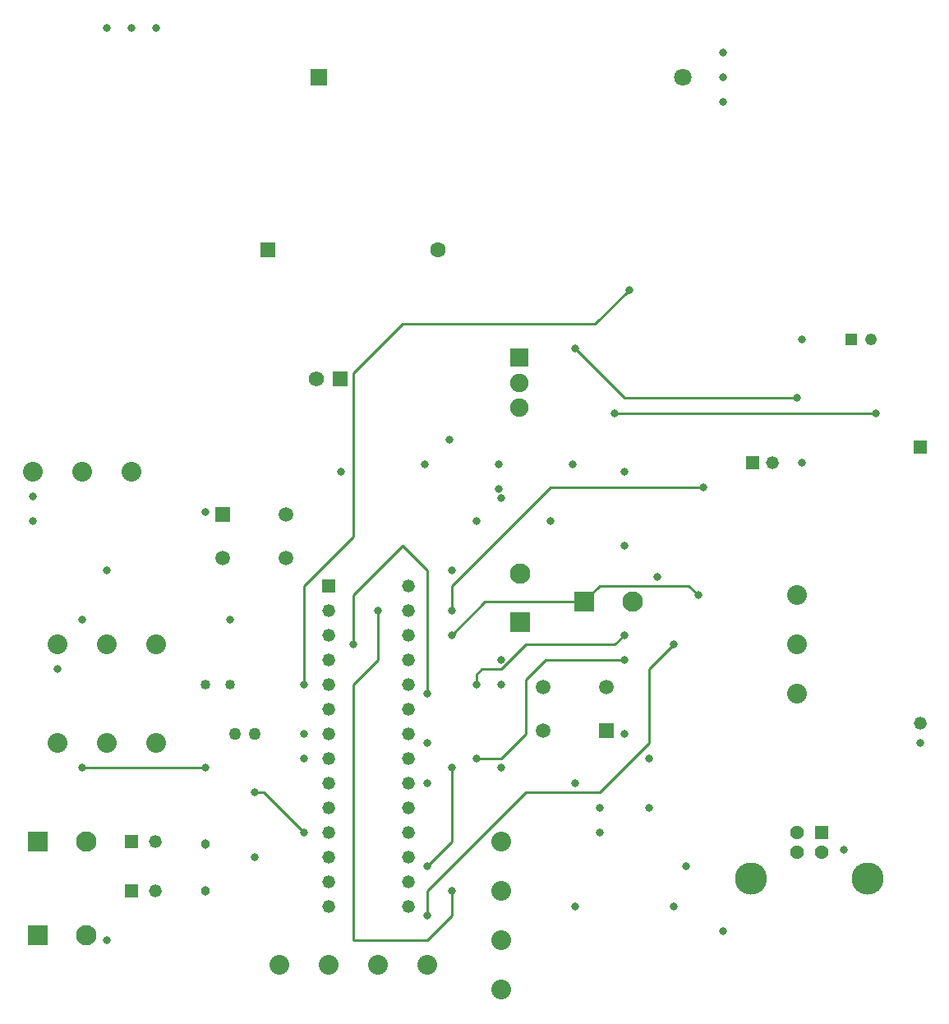
<source format=gbr>
%TF.GenerationSoftware,KiCad,Pcbnew,7.0.8*%
%TF.CreationDate,2023-11-20T12:48:28-05:00*%
%TF.ProjectId,Fufupot,46756675-706f-4742-9e6b-696361645f70,rev?*%
%TF.SameCoordinates,Original*%
%TF.FileFunction,Copper,L4,Bot*%
%TF.FilePolarity,Positive*%
%FSLAX46Y46*%
G04 Gerber Fmt 4.6, Leading zero omitted, Abs format (unit mm)*
G04 Created by KiCad (PCBNEW 7.0.8) date 2023-11-20 12:48:28*
%MOMM*%
%LPD*%
G01*
G04 APERTURE LIST*
%TA.AperFunction,ComponentPad*%
%ADD10R,1.800000X1.800000*%
%TD*%
%TA.AperFunction,ComponentPad*%
%ADD11C,1.800000*%
%TD*%
%TA.AperFunction,ComponentPad*%
%ADD12R,1.219200X1.219200*%
%TD*%
%TA.AperFunction,ComponentPad*%
%ADD13C,1.219200*%
%TD*%
%TA.AperFunction,ComponentPad*%
%ADD14R,1.905000X1.905000*%
%TD*%
%TA.AperFunction,ComponentPad*%
%ADD15C,1.905000*%
%TD*%
%TA.AperFunction,ComponentPad*%
%ADD16R,2.100000X2.100000*%
%TD*%
%TA.AperFunction,ComponentPad*%
%ADD17C,2.100000*%
%TD*%
%TA.AperFunction,ComponentPad*%
%ADD18C,2.032000*%
%TD*%
%TA.AperFunction,ComponentPad*%
%ADD19R,1.320800X1.320800*%
%TD*%
%TA.AperFunction,ComponentPad*%
%ADD20C,1.320800*%
%TD*%
%TA.AperFunction,ComponentPad*%
%ADD21R,1.575000X1.575000*%
%TD*%
%TA.AperFunction,ComponentPad*%
%ADD22C,1.575000*%
%TD*%
%TA.AperFunction,ComponentPad*%
%ADD23R,1.600200X1.600200*%
%TD*%
%TA.AperFunction,ComponentPad*%
%ADD24C,1.600200*%
%TD*%
%TA.AperFunction,ComponentPad*%
%ADD25R,1.508000X1.508000*%
%TD*%
%TA.AperFunction,ComponentPad*%
%ADD26C,1.508000*%
%TD*%
%TA.AperFunction,ComponentPad*%
%ADD27C,1.270000*%
%TD*%
%TA.AperFunction,ComponentPad*%
%ADD28C,0.965200*%
%TD*%
%TA.AperFunction,ComponentPad*%
%ADD29C,1.016000*%
%TD*%
%TA.AperFunction,ComponentPad*%
%ADD30C,3.316000*%
%TD*%
%TA.AperFunction,ComponentPad*%
%ADD31C,1.428000*%
%TD*%
%TA.AperFunction,ComponentPad*%
%ADD32R,1.428000X1.428000*%
%TD*%
%TA.AperFunction,ViaPad*%
%ADD33C,0.800000*%
%TD*%
%TA.AperFunction,Conductor*%
%ADD34C,0.250000*%
%TD*%
G04 APERTURE END LIST*
D10*
%TO.P,C10,1,1*%
%TO.N,Net-(J4-Pin_2)*%
X90470000Y-55880000D03*
D11*
%TO.P,C10,2,2*%
%TO.N,GND*%
X127970000Y-55880000D03*
%TD*%
D12*
%TO.P,C9,1*%
%TO.N,+16V*%
X145320000Y-82839415D03*
D13*
%TO.P,C9,2*%
%TO.N,Net-(IC1-VSS)*%
X147326600Y-82839415D03*
%TD*%
D14*
%TO.P,U5,1,G*%
%TO.N,Net-(U5-G)*%
X111155000Y-84764415D03*
D15*
%TO.P,U5,2,C*%
%TO.N,Net-(J4-Pin_1)*%
X111155000Y-87314415D03*
%TO.P,U5,3,E*%
%TO.N,Net-(IC1-VSS)*%
X111155000Y-89864415D03*
%TD*%
D16*
%TO.P,J7,1,Pin_1*%
%TO.N,Net-(J7-Pin_1)*%
X61500000Y-134620000D03*
D17*
%TO.P,J7,2,Pin_2*%
%TO.N,GND*%
X66500000Y-134620000D03*
%TD*%
D18*
%TO.P,J11,1,Pin_1*%
%TO.N,Net-(J11-Pin_1)*%
X63500000Y-124460000D03*
%TO.P,J11,2,Pin_2*%
%TO.N,+5V*%
X68580000Y-124460000D03*
%TO.P,J11,3,Pin_3*%
%TO.N,GND*%
X73660000Y-124460000D03*
%TD*%
D16*
%TO.P,J6,1,Pin_1*%
%TO.N,D_Buzz*%
X61500000Y-144255000D03*
D17*
%TO.P,J6,2,Pin_2*%
%TO.N,GND*%
X66500000Y-144255000D03*
%TD*%
D19*
%TO.P,C6,1*%
%TO.N,GND*%
X71120000Y-139700000D03*
D20*
%TO.P,C6,2*%
%TO.N,Net-(U4-PB7)*%
X73620000Y-139700000D03*
%TD*%
D18*
%TO.P,J3,1,Pin_1*%
%TO.N,+5V*%
X71120000Y-96520000D03*
%TO.P,J3,2,Pin_2*%
%TO.N,+48V*%
X66040000Y-96520000D03*
%TO.P,J3,3,Pin_3*%
%TO.N,GND*%
X60960000Y-96520000D03*
%TD*%
D19*
%TO.P,C5,1*%
%TO.N,GND*%
X71120000Y-134620000D03*
D20*
%TO.P,C5,2*%
%TO.N,Net-(U4-PB6)*%
X73620000Y-134620000D03*
%TD*%
D21*
%TO.P,J4,1,Pin_1*%
%TO.N,Net-(J4-Pin_1)*%
X92690000Y-86885000D03*
D22*
%TO.P,J4,2,Pin_2*%
%TO.N,Net-(J4-Pin_2)*%
X90190000Y-86885000D03*
%TD*%
D16*
%TO.P,J12,1,Pin_1*%
%TO.N,A3*%
X117782500Y-109866915D03*
D17*
%TO.P,J12,2,Pin_2*%
%TO.N,+5V*%
X122782500Y-109866915D03*
%TD*%
D18*
%TO.P,J8,1,Pin_1*%
%TO.N,GND*%
X86360000Y-147320000D03*
%TO.P,J8,2,Pin_2*%
%TO.N,D_Switch*%
X91440000Y-147320000D03*
%TO.P,J8,3,Pin_3*%
%TO.N,D_Red*%
X96520000Y-147320000D03*
%TO.P,J8,4,Pin_4*%
%TO.N,GND*%
X101600000Y-147320000D03*
%TD*%
D23*
%TO.P,C12,1*%
%TO.N,Net-(J4-Pin_2)*%
X85230000Y-73660000D03*
D24*
%TO.P,C12,2*%
%TO.N,Net-(J4-Pin_1)*%
X102730000Y-73660000D03*
%TD*%
D19*
%TO.P,R17,1*%
%TO.N,Net-(IC1-VSS)*%
X152400000Y-93980000D03*
D20*
%TO.P,R17,2*%
%TO.N,GND*%
X152400000Y-122379994D03*
%TD*%
D25*
%TO.P,SW2,1,1*%
%TO.N,GND*%
X120090000Y-123189415D03*
D26*
%TO.P,SW2,2,2*%
%TO.N,DTR*%
X113590000Y-123189415D03*
%TO.P,SW2,3*%
%TO.N,N/C*%
X120090000Y-118689415D03*
%TO.P,SW2,4*%
X113590000Y-118689415D03*
%TD*%
D18*
%TO.P,J10,1,Pin_1*%
%TO.N,GND*%
X63500000Y-114300000D03*
%TO.P,J10,2,Pin_2*%
%TO.N,+5V*%
X68580000Y-114300000D03*
%TO.P,J10,3,Pin_3*%
%TO.N,+48V*%
X73660000Y-114300000D03*
%TD*%
D25*
%TO.P,SW1,1,1*%
%TO.N,GND*%
X80570000Y-100909415D03*
D26*
%TO.P,SW1,2,2*%
%TO.N,RESET*%
X87070000Y-100909415D03*
%TO.P,SW1,3*%
%TO.N,N/C*%
X80570000Y-105409415D03*
%TO.P,SW1,4*%
X87070000Y-105409415D03*
%TD*%
D19*
%TO.P,C11,1*%
%TO.N,A1*%
X135160000Y-95539415D03*
D20*
%TO.P,C11,2*%
%TO.N,GND*%
X137160000Y-95539415D03*
%TD*%
D27*
%TO.P,C7,1*%
%TO.N,+5V*%
X83820000Y-123479415D03*
%TO.P,C7,2*%
%TO.N,GND*%
X81820000Y-123479415D03*
%TD*%
D16*
%TO.P,J9,1,Pin_1*%
%TO.N,A2*%
X111235000Y-111989415D03*
D17*
%TO.P,J9,2,Pin_2*%
%TO.N,+5V*%
X111235000Y-106989415D03*
%TD*%
D28*
%TO.P,16MHz1,1,1*%
%TO.N,Net-(U4-PB7)*%
X78740000Y-139700000D03*
%TO.P,16MHz1,2,2*%
%TO.N,Net-(U4-PB6)*%
X78740000Y-134819999D03*
%TD*%
D29*
%TO.P,C8,1*%
%TO.N,+5V*%
X81280000Y-118399415D03*
%TO.P,C8,2*%
%TO.N,GND*%
X78740000Y-118399415D03*
%TD*%
D18*
%TO.P,J13,1,Pin_1*%
%TO.N,A4*%
X139700000Y-119380000D03*
%TO.P,J13,2,Pin_2*%
%TO.N,A5*%
X139700000Y-114300000D03*
%TO.P,J13,3,Pin_3*%
%TO.N,PWM Speed Control*%
X139700000Y-109220000D03*
%TD*%
D19*
%TO.P,U4,1,PC6*%
%TO.N,RESET*%
X91440000Y-108239415D03*
D20*
%TO.P,U4,2,PD0*%
%TO.N,RX*%
X91440000Y-110779415D03*
%TO.P,U4,3,PD1*%
%TO.N,TX*%
X91440000Y-113319415D03*
%TO.P,U4,4,PD2*%
%TO.N,D_LED*%
X91440000Y-115859415D03*
%TO.P,U4,5,PD3*%
%TO.N,D9*%
X91440000Y-118399415D03*
%TO.P,U4,6,PD4*%
%TO.N,D_Red*%
X91440000Y-120939415D03*
%TO.P,U4,7,VCC*%
%TO.N,+5V*%
X91440000Y-123479415D03*
%TO.P,U4,8,GND*%
%TO.N,GND*%
X91440000Y-126019415D03*
%TO.P,U4,9,PB6*%
%TO.N,Net-(U4-PB6)*%
X91440000Y-128559415D03*
%TO.P,U4,10,PB7*%
%TO.N,Net-(U4-PB7)*%
X91440000Y-131099415D03*
%TO.P,U4,11,PD5*%
%TO.N,D_LEDStrip*%
X91440000Y-133639415D03*
%TO.P,U4,12,PD6*%
%TO.N,Net-(U4-PD6)*%
X91440000Y-136179415D03*
%TO.P,U4,13,PD7*%
%TO.N,D_Buzz*%
X91440000Y-138719415D03*
%TO.P,U4,14,PB0*%
%TO.N,D_Switch*%
X91440000Y-141259415D03*
%TO.P,U4,15,PB1*%
%TO.N,PWM Speed Control*%
X99695000Y-141259415D03*
%TO.P,U4,16,PB2*%
%TO.N,SS*%
X99695000Y-138719415D03*
%TO.P,U4,17,PB3*%
%TO.N,MOSI*%
X99695000Y-136179415D03*
%TO.P,U4,18,PB4*%
%TO.N,MISO*%
X99695000Y-133639415D03*
%TO.P,U4,19,PB5*%
%TO.N,SCK*%
X99695000Y-131099415D03*
%TO.P,U4,20,AVCC*%
%TO.N,+5V*%
X99695000Y-128559415D03*
%TO.P,U4,21,AREF*%
%TO.N,unconnected-(U4-AREF-Pad21)*%
X99695000Y-126019415D03*
%TO.P,U4,22,GND*%
%TO.N,GND*%
X99695000Y-123479415D03*
%TO.P,U4,23,PC0*%
%TO.N,A4*%
X99695000Y-120939415D03*
%TO.P,U4,24,PC1*%
%TO.N,A5*%
X99695000Y-118399415D03*
%TO.P,U4,25,PC2*%
%TO.N,Net-(U4-PC2)*%
X99695000Y-115859415D03*
%TO.P,U4,26,PC3*%
%TO.N,A3*%
X99695000Y-113319415D03*
%TO.P,U4,27,PC4*%
%TO.N,A1*%
X99695000Y-110779415D03*
%TO.P,U4,28,PC5*%
%TO.N,A2*%
X99695000Y-108239415D03*
%TD*%
D18*
%TO.P,J1,1,Pin_1*%
%TO.N,SS*%
X109220000Y-149860000D03*
%TO.P,J1,2,Pin_2*%
%TO.N,MOSI*%
X109220000Y-144780000D03*
%TO.P,J1,3,Pin_3*%
%TO.N,MISO*%
X109220000Y-139700000D03*
%TO.P,J1,4,Pin_4*%
%TO.N,SCK*%
X109220000Y-134620000D03*
%TD*%
D30*
%TO.P,J2,SH2*%
%TO.N,N/C*%
X147010000Y-138389415D03*
%TO.P,J2,SH1*%
X134970000Y-138389415D03*
D31*
%TO.P,J2,4,GND*%
%TO.N,GND*%
X142240000Y-135679415D03*
%TO.P,J2,3,D+*%
%TO.N,USB_CON_D+*%
X139740000Y-135679415D03*
%TO.P,J2,2,D-*%
%TO.N,USB_CON_D-*%
X139740000Y-133679415D03*
D32*
%TO.P,J2,1,VBUS*%
%TO.N,Net-(J2-VBUS)*%
X142240000Y-133679415D03*
%TD*%
D33*
%TO.N,+48V*%
X92710000Y-96520000D03*
%TO.N,+5V*%
X81280000Y-111760000D03*
%TO.N,GND*%
X128270000Y-137160000D03*
X144610000Y-135470000D03*
%TO.N,+3V3*%
X132080000Y-143799415D03*
%TO.N,+5V*%
X116840000Y-128559415D03*
X68580000Y-106680000D03*
X66040000Y-111760000D03*
X124460000Y-131099415D03*
X88900000Y-123479415D03*
X116840000Y-141259415D03*
X101600000Y-128559415D03*
X104140000Y-106680000D03*
X109220000Y-118399415D03*
%TO.N,Net-(U5-G)*%
X139700000Y-88900000D03*
X116840000Y-83820000D03*
%TO.N,RX*%
X104140000Y-139700000D03*
X96520000Y-110779415D03*
X101600000Y-137160000D03*
X104140000Y-127000000D03*
%TO.N,TX*%
X93980000Y-114300000D03*
X101600000Y-119380000D03*
%TO.N,+48V*%
X109261378Y-99237944D03*
X60960000Y-101600000D03*
X71120000Y-50800000D03*
X68580000Y-50800000D03*
X73660000Y-50800000D03*
X109035000Y-95724415D03*
%TO.N,GND*%
X109220000Y-115859415D03*
X152400000Y-124460000D03*
X101600000Y-124460000D03*
X124460000Y-126019415D03*
X121920000Y-123479415D03*
X78740000Y-100619415D03*
X125362500Y-107326915D03*
X106680000Y-101600000D03*
X101415000Y-95724415D03*
X109035000Y-98264415D03*
X132080000Y-53340000D03*
X119380000Y-133639415D03*
X127000000Y-141259415D03*
X88900000Y-126019415D03*
X119380000Y-131099415D03*
X63500000Y-116840000D03*
X60960000Y-99060000D03*
X103955000Y-93184415D03*
X121920000Y-104140000D03*
X140240000Y-95539415D03*
X116655000Y-95724415D03*
X109220000Y-127000000D03*
X132080000Y-55880000D03*
X132080000Y-58420000D03*
X68580000Y-144780000D03*
X83820000Y-136179415D03*
%TO.N,+16V*%
X121920000Y-96520000D03*
X114300000Y-101600000D03*
X140240000Y-82839415D03*
%TO.N,Net-(IC1-VSS)*%
X147860000Y-90459415D03*
X120939415Y-90459415D03*
%TO.N,A1*%
X130080000Y-98079415D03*
X104140000Y-110779415D03*
%TO.N,D9*%
X122460000Y-77759415D03*
X88900000Y-118399415D03*
%TO.N,D_LEDStrip*%
X83820000Y-129540000D03*
X88900000Y-133639415D03*
%TO.N,Net-(J11-Pin_1)*%
X78740000Y-127000000D03*
X66040000Y-127000000D03*
%TO.N,A4*%
X121920000Y-115859415D03*
X106680000Y-126019415D03*
%TO.N,A5*%
X121920000Y-113319415D03*
X106680000Y-118399415D03*
%TO.N,A3*%
X104140000Y-113319415D03*
X129540000Y-109220000D03*
%TO.N,PWM Speed Control*%
X127000000Y-114300000D03*
X101600000Y-142240000D03*
%TD*%
D34*
%TO.N,D9*%
X99060000Y-81280000D02*
X93980000Y-86360000D01*
%TO.N,Net-(U5-G)*%
X121920000Y-88900000D02*
X116840000Y-83820000D01*
X139700000Y-88900000D02*
X121920000Y-88900000D01*
%TO.N,RX*%
X104140000Y-139700000D02*
X104140000Y-142240000D01*
X104140000Y-134620000D02*
X101600000Y-137160000D01*
X101600000Y-144780000D02*
X93980000Y-144780000D01*
X93980000Y-144780000D02*
X93980000Y-118399415D01*
X104140000Y-127000000D02*
X104140000Y-134620000D01*
X96520000Y-115859415D02*
X96520000Y-110779415D01*
X104140000Y-142240000D02*
X101600000Y-144780000D01*
X93980000Y-118399415D02*
X96520000Y-115859415D01*
%TO.N,TX*%
X101600000Y-119380000D02*
X101600000Y-106680000D01*
X101600000Y-106680000D02*
X99060000Y-104140000D01*
X93980000Y-109220000D02*
X93980000Y-114300000D01*
X99060000Y-104140000D02*
X93980000Y-109220000D01*
%TO.N,Net-(IC1-VSS)*%
X120939415Y-90459415D02*
X147860000Y-90459415D01*
%TO.N,A1*%
X104140000Y-108239415D02*
X114300000Y-98079415D01*
X114300000Y-98079415D02*
X130080000Y-98079415D01*
X104140000Y-110779415D02*
X104140000Y-108239415D01*
%TO.N,D9*%
X118939415Y-81280000D02*
X122460000Y-77759415D01*
X88900000Y-108239415D02*
X93980000Y-103159415D01*
X93980000Y-103159415D02*
X93980000Y-86360000D01*
X88900000Y-118399415D02*
X88900000Y-108239415D01*
X99060000Y-81280000D02*
X118939415Y-81280000D01*
%TO.N,D_LEDStrip*%
X84800585Y-129540000D02*
X88900000Y-133639415D01*
X83820000Y-129540000D02*
X84800585Y-129540000D01*
%TO.N,Net-(J11-Pin_1)*%
X78740000Y-127000000D02*
X66040000Y-127000000D01*
%TO.N,A4*%
X106680000Y-126019415D02*
X109220000Y-126019415D01*
X109220000Y-126019415D02*
X111760000Y-123479415D01*
X111760000Y-123479415D02*
X111760000Y-117949415D01*
X113850000Y-115859415D02*
X121920000Y-115859415D01*
X111760000Y-117949415D02*
X113850000Y-115859415D01*
%TO.N,A5*%
X106680000Y-118399415D02*
X106680000Y-117374110D01*
X111804720Y-114300000D02*
X120939415Y-114300000D01*
X106680000Y-117374110D02*
X107214110Y-116840000D01*
X107214110Y-116840000D02*
X109264720Y-116840000D01*
X120939415Y-114300000D02*
X121920000Y-113319415D01*
X109264720Y-116840000D02*
X111804720Y-114300000D01*
%TO.N,A3*%
X104140000Y-113319415D02*
X107592500Y-109866915D01*
X128559415Y-108239415D02*
X119380000Y-108239415D01*
X107592500Y-109866915D02*
X117782500Y-109866915D01*
X119380000Y-108239415D02*
X117005000Y-110614415D01*
X129540000Y-109220000D02*
X128559415Y-108239415D01*
%TO.N,PWM Speed Control*%
X124460000Y-124460000D02*
X124460000Y-116840000D01*
X119380000Y-129540000D02*
X124460000Y-124460000D01*
X101600000Y-139700000D02*
X111760000Y-129540000D01*
X124460000Y-116840000D02*
X127000000Y-114300000D01*
X111760000Y-129540000D02*
X119380000Y-129540000D01*
X101600000Y-142240000D02*
X101600000Y-139700000D01*
%TD*%
M02*

</source>
